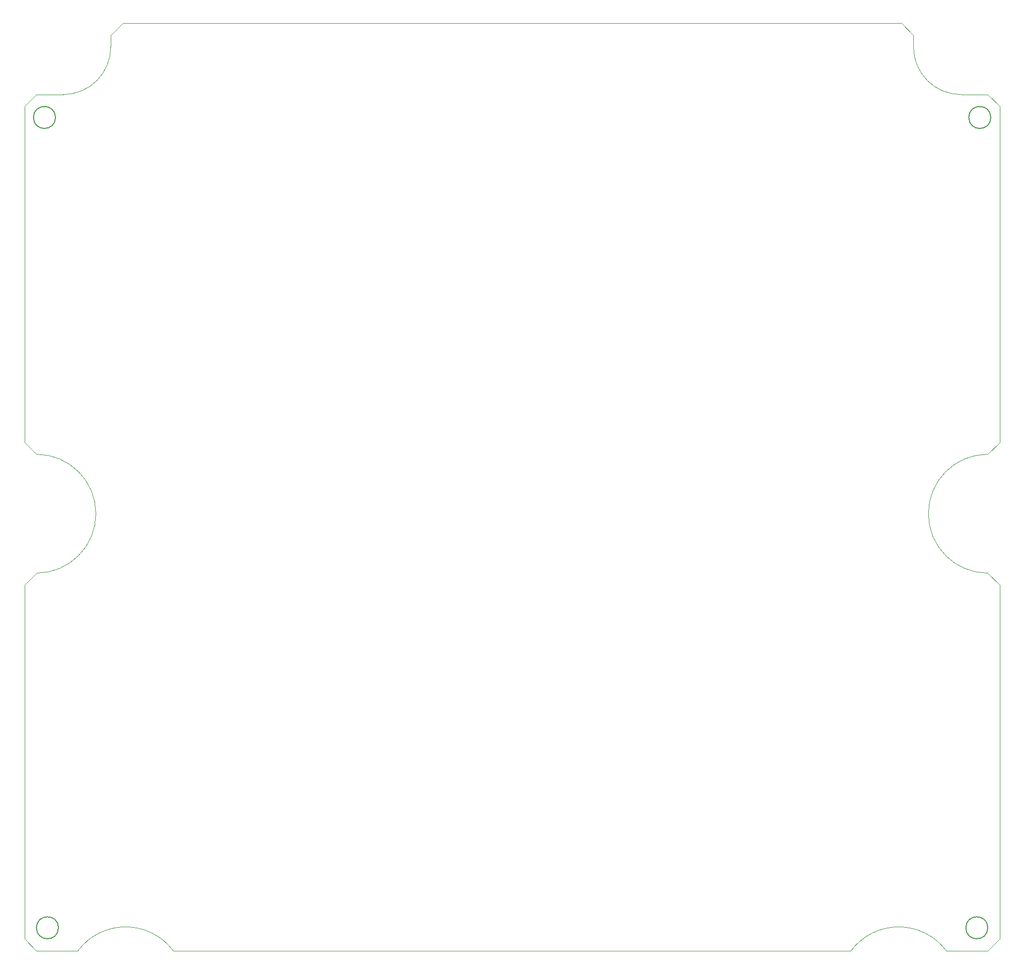
<source format=gko>
G75*
G70*
%OFA0B0*%
%FSLAX25Y25*%
%IPPOS*%
%LPD*%
%AMOC8*
5,1,8,0,0,1.08239X$1,22.5*
%
%ADD54C,0.00197*%
%ADD63C,0.00787*%
X0000000Y0000000D02*
%LPD*%
G01*
D54*
X0645669Y0559055D02*
X0637795Y0566929D01*
X0000000Y0007874D02*
X0000000Y0242126D01*
X0007874Y0328740D02*
G75*
G02*
X0007874Y0250000I0000000J-039370D01*
G01*
X0098425Y0000000D02*
G75*
G03*
X0035433Y0000000I-031496J-023622D01*
G01*
X0580709Y0614173D02*
X0588583Y0606299D01*
X0064961Y0614173D02*
X0057087Y0606299D01*
X0637795Y0000000D02*
X0645669Y0007874D01*
D63*
X0020472Y0551772D02*
G75*
G03*
X0020472Y0551772I-007283J0000000D01*
G01*
D54*
X0620079Y0566929D02*
X0637795Y0566929D01*
X0000000Y0559055D02*
X0007874Y0566929D01*
X0637795Y0000000D02*
X0610236Y0000000D01*
X0588583Y0598425D02*
X0588583Y0606299D01*
X0645669Y0336614D02*
X0645669Y0559055D01*
X0547244Y0000000D02*
G75*
G02*
X0610236Y0000000I0031496J-023622D01*
G01*
D63*
X0022441Y0015157D02*
G75*
G03*
X0022441Y0015157I-007283J0000000D01*
G01*
D54*
X0000000Y0336614D02*
X0000000Y0559055D01*
X0637795Y0328740D02*
G75*
G03*
X0637795Y0250000I0000000J-039370D01*
G01*
X0000000Y0242126D02*
X0007874Y0250000D01*
X0007874Y0000000D02*
X0000000Y0007874D01*
X0025591Y0566929D02*
X0007874Y0566929D01*
X0637795Y0328740D02*
X0645669Y0336614D01*
X0057087Y0598425D02*
X0057087Y0606299D01*
X0007874Y0000000D02*
X0035433Y0000000D01*
X0620079Y0566929D02*
G75*
G02*
X0588583Y0598425I0000000J0031496D01*
G01*
X0645669Y0242126D02*
X0637795Y0250000D01*
X0547244Y0000000D02*
X0098425Y0000000D01*
D63*
X0639764Y0551772D02*
G75*
G03*
X0639764Y0551772I-007283J0000000D01*
G01*
D54*
X0007874Y0328740D02*
X0000000Y0336614D01*
D63*
X0637795Y0015157D02*
G75*
G03*
X0637795Y0015157I-007283J0000000D01*
G01*
D54*
X0025591Y0566929D02*
G75*
G03*
X0057087Y0598425I0000000J0031496D01*
G01*
X0064961Y0614173D02*
X0580709Y0614173D01*
X0645669Y0007874D02*
X0645669Y0242126D01*
X0440482Y0317243D02*
G01*
G75*
X0546503Y0021771D02*
G01*
G75*
X0440896Y0245093D02*
G01*
G75*
X0266191Y0032716D02*
G01*
G75*
X0232283Y0274163D02*
G01*
G75*
X0250689Y0023524D02*
G01*
G75*
X0383022Y0433852D02*
G01*
G75*
X0309512Y0341881D02*
G01*
G75*
X0451624Y0358711D02*
G01*
G75*
X0393379Y0023376D02*
G01*
G75*
M02*

</source>
